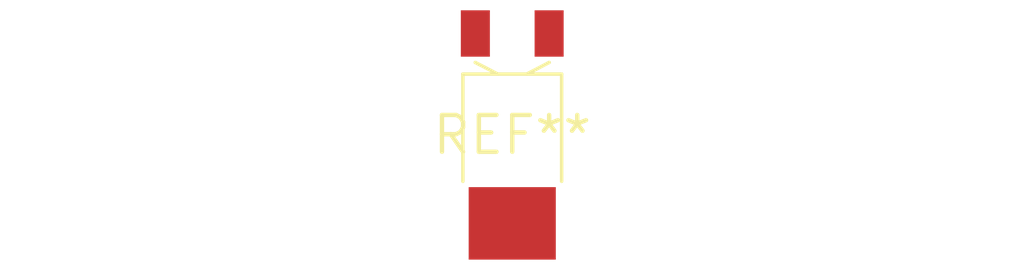
<source format=kicad_pcb>
(kicad_pcb (version 20240108) (generator pcbnew)
  (layers (0 "F.Cu" signal) (31 "B.Cu" signal) (34 "B.Paste" user) (35 "F.Paste" user) (36 "B.SilkS" user "B.Silkscreen") (37 "F.SilkS" user "F.Silkscreen") (38 "B.Mask" user) (39 "F.Mask" user) (44 "Edge.Cuts" user))
  (net 0 "")
  (footprint "Crystal_SMD_MicroCrystal_MS1V-T1K" (layer "F.Cu") (at 0 0)
    (property "Reference" "REF**")
    (property "Value" "Crystal_SMD_MicroCrystal_MS1V-T1K")
    (fp_line (start -1.7 -2.1) (end 1.7 -2.1) (layer "F.SilkS") (stroke (width 0.12)))
    (fp_line (start -1.7 1.6) (end -1.7 -2.1) (layer "F.SilkS") (stroke (width 0.12)))
    (fp_line (start -1.27 -2.5) (end -1.27 -2.5) (layer "F.SilkS") (stroke (width 0.12)))
    (fp_line (start -0.5 -2.1) (end -1.27 -2.5) (layer "F.SilkS") (stroke (width 0.12)))
    (fp_line (start 0.5 -2.1) (end 1.27 -2.5) (layer "F.SilkS") (stroke (width 0.12)))
    (fp_line (start 1.27 -2.5) (end 1.27 -2.5) (layer "F.SilkS") (stroke (width 0.12)))
    (fp_line (start 1.7 -2.1) (end 1.7 1.6) (layer "F.SilkS") (stroke (width 0.12)))
    (pad "1" smd rect (at -1.27 -3.5) (size 1 1.6) (layers "F.Cu" "F.Paste" "F.Mask"))
    (pad "2" smd rect (at 1.27 -3.5) (size 1 1.6) (layers "F.Cu" "F.Paste" "F.Mask"))
    (pad "3" smd rect (at 0 3.05) (size 3 2.5) (layers "F.Cu" "F.Paste" "F.Mask"))
  )
)
</source>
